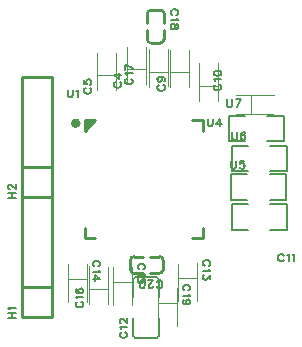
<source format=gto>
G04 Layer: TopSilkscreenLayer*
G04 EasyEDA Pro v2.2.44.9, 2025-11-28 14:21:36*
G04 Gerber Generator version 0.3*
G04 Scale: 100 percent, Rotated: No, Reflected: No*
G04 Dimensions in millimeters*
G04 Leading zeros omitted, absolute positions, 4 integers and 5 decimals*
G04 Generated by one-click*
%FSLAX45Y45*%
%MOMM*%
%ADD10C,0.1524*%
%ADD11C,0.08001*%
%ADD12C,0.254*%
%ADD13C,0.4*%
%ADD14C,0.7745*%
G75*


G04 Text Start*
G54D10*
G01X1843850Y-1067987D02*
G01X1837500Y-1071035D01*
G01X1831404Y-1077385D01*
G01X1828356Y-1083481D01*
G01X1828356Y-1095927D01*
G01X1831404Y-1102023D01*
G01X1837500Y-1108373D01*
G01X1843850Y-1111421D01*
G01X1852994Y-1114469D01*
G01X1868488Y-1114469D01*
G01X1877886Y-1111421D01*
G01X1883982Y-1108373D01*
G01X1890332Y-1102023D01*
G01X1893380Y-1095927D01*
G01X1893380Y-1083481D01*
G01X1890332Y-1077385D01*
G01X1883982Y-1071035D01*
G01X1877886Y-1067987D01*
G01X1828356Y-1007027D02*
G01X1871536Y-1037761D01*
G01X1871536Y-991533D01*
G01X1828356Y-1007027D02*
G01X1893380Y-1007027D01*
G01X1589850Y-1118787D02*
G01X1583500Y-1121835D01*
G01X1577404Y-1128185D01*
G01X1574356Y-1134281D01*
G01X1574356Y-1146727D01*
G01X1577404Y-1152823D01*
G01X1583500Y-1159173D01*
G01X1589850Y-1162221D01*
G01X1598994Y-1165269D01*
G01X1614488Y-1165269D01*
G01X1623886Y-1162221D01*
G01X1629982Y-1159173D01*
G01X1636332Y-1152823D01*
G01X1639380Y-1146727D01*
G01X1639380Y-1134281D01*
G01X1636332Y-1128185D01*
G01X1629982Y-1121835D01*
G01X1623886Y-1118787D01*
G01X1574356Y-1051477D02*
G01X1574356Y-1082465D01*
G01X1602042Y-1085513D01*
G01X1598994Y-1082465D01*
G01X1595946Y-1073321D01*
G01X1595946Y-1063923D01*
G01X1598994Y-1054525D01*
G01X1605344Y-1048429D01*
G01X1614488Y-1045381D01*
G01X1620838Y-1045381D01*
G01X1629982Y-1048429D01*
G01X1636332Y-1054525D01*
G01X1639380Y-1063923D01*
G01X1639380Y-1073321D01*
G01X1636332Y-1082465D01*
G01X1633030Y-1085513D01*
G01X1626934Y-1088561D01*
G01X2212150Y-1093387D02*
G01X2205800Y-1096435D01*
G01X2199704Y-1102785D01*
G01X2196656Y-1108881D01*
G01X2196656Y-1121327D01*
G01X2199704Y-1127423D01*
G01X2205800Y-1133773D01*
G01X2212150Y-1136821D01*
G01X2221294Y-1139869D01*
G01X2236788Y-1139869D01*
G01X2246186Y-1136821D01*
G01X2252282Y-1133773D01*
G01X2258632Y-1127423D01*
G01X2261680Y-1121327D01*
G01X2261680Y-1108881D01*
G01X2258632Y-1102785D01*
G01X2252282Y-1096435D01*
G01X2246186Y-1093387D01*
G01X2218246Y-1023029D02*
G01X2227644Y-1026077D01*
G01X2233740Y-1032427D01*
G01X2236788Y-1041571D01*
G01X2236788Y-1044619D01*
G01X2233740Y-1054017D01*
G01X2227644Y-1060113D01*
G01X2218246Y-1063161D01*
G01X2215198Y-1063161D01*
G01X2205800Y-1060113D01*
G01X2199704Y-1054017D01*
G01X2196656Y-1044619D01*
G01X2196656Y-1041571D01*
G01X2199704Y-1032427D01*
G01X2205800Y-1026077D01*
G01X2218246Y-1023029D01*
G01X2233740Y-1023029D01*
G01X2249234Y-1026077D01*
G01X2258632Y-1032427D01*
G01X2261680Y-1041571D01*
G01X2261680Y-1047921D01*
G01X2258632Y-1057065D01*
G01X2252282Y-1060113D01*
G01X2689860Y-1088898D02*
G01X2683510Y-1091946D01*
G01X2677414Y-1098296D01*
G01X2674366Y-1104392D01*
G01X2674366Y-1116838D01*
G01X2677414Y-1122934D01*
G01X2683510Y-1129284D01*
G01X2689860Y-1132332D01*
G01X2699004Y-1135380D01*
G01X2714498Y-1135380D01*
G01X2723896Y-1132332D01*
G01X2729992Y-1129284D01*
G01X2736342Y-1122934D01*
G01X2739390Y-1116838D01*
G01X2739390Y-1104392D01*
G01X2736342Y-1098296D01*
G01X2729992Y-1091946D01*
G01X2723896Y-1088898D01*
G01X2686812Y-1058672D02*
G01X2683510Y-1052576D01*
G01X2674366Y-1043432D01*
G01X2739390Y-1043432D01*
G01X2674366Y-994664D02*
G01X2677414Y-1004062D01*
G01X2686812Y-1010158D01*
G01X2702052Y-1013206D01*
G01X2711450Y-1013206D01*
G01X2726944Y-1010158D01*
G01X2736342Y-1004062D01*
G01X2739390Y-994664D01*
G01X2739390Y-988568D01*
G01X2736342Y-979170D01*
G01X2726944Y-973074D01*
G01X2711450Y-970026D01*
G01X2702052Y-970026D01*
G01X2686812Y-973074D01*
G01X2677414Y-979170D01*
G01X2674366Y-988568D01*
G01X2674366Y-994664D01*
G01X3267202Y-2537460D02*
G01X3264154Y-2531110D01*
G01X3257804Y-2525014D01*
G01X3251708Y-2521966D01*
G01X3239262Y-2521966D01*
G01X3233166Y-2525014D01*
G01X3226816Y-2531110D01*
G01X3223768Y-2537460D01*
G01X3220720Y-2546604D01*
G01X3220720Y-2562098D01*
G01X3223768Y-2571496D01*
G01X3226816Y-2577592D01*
G01X3233166Y-2583942D01*
G01X3239262Y-2586990D01*
G01X3251708Y-2586990D01*
G01X3257804Y-2583942D01*
G01X3264154Y-2577592D01*
G01X3267202Y-2571496D01*
G01X3297428Y-2534412D02*
G01X3303524Y-2531110D01*
G01X3312668Y-2521966D01*
G01X3312668Y-2586990D01*
G01X3342894Y-2534412D02*
G01X3348990Y-2531110D01*
G01X3358134Y-2521966D01*
G01X3358134Y-2586990D01*
G01X2632240Y-2622023D02*
G01X2638590Y-2618975D01*
G01X2644686Y-2612625D01*
G01X2647734Y-2606529D01*
G01X2647734Y-2594083D01*
G01X2644686Y-2587987D01*
G01X2638590Y-2581637D01*
G01X2632240Y-2578589D01*
G01X2623096Y-2575541D01*
G01X2607602Y-2575541D01*
G01X2598204Y-2578589D01*
G01X2592108Y-2581637D01*
G01X2585758Y-2587987D01*
G01X2582710Y-2594083D01*
G01X2582710Y-2606529D01*
G01X2585758Y-2612625D01*
G01X2592108Y-2618975D01*
G01X2598204Y-2622023D01*
G01X2635288Y-2652249D02*
G01X2638590Y-2658345D01*
G01X2647734Y-2667489D01*
G01X2582710Y-2667489D01*
G01X2647734Y-2703811D02*
G01X2647734Y-2737847D01*
G01X2623096Y-2719305D01*
G01X2623096Y-2728449D01*
G01X2620048Y-2734799D01*
G01X2616746Y-2737847D01*
G01X2607602Y-2740895D01*
G01X2601252Y-2740895D01*
G01X2592108Y-2737847D01*
G01X2585758Y-2731751D01*
G01X2582710Y-2722353D01*
G01X2582710Y-2712955D01*
G01X2585758Y-2703811D01*
G01X2589060Y-2700763D01*
G01X2595156Y-2697715D01*
G01X1699451Y-2627713D02*
G01X1705801Y-2624665D01*
G01X1711897Y-2618315D01*
G01X1714945Y-2612219D01*
G01X1714945Y-2599773D01*
G01X1711897Y-2593677D01*
G01X1705801Y-2587327D01*
G01X1699451Y-2584279D01*
G01X1690307Y-2581231D01*
G01X1674813Y-2581231D01*
G01X1665415Y-2584279D01*
G01X1659319Y-2587327D01*
G01X1652969Y-2593677D01*
G01X1649921Y-2599773D01*
G01X1649921Y-2612219D01*
G01X1652969Y-2618315D01*
G01X1659319Y-2624665D01*
G01X1665415Y-2627713D01*
G01X1702499Y-2657939D02*
G01X1705801Y-2664035D01*
G01X1714945Y-2673179D01*
G01X1649921Y-2673179D01*
G01X1714945Y-2734139D02*
G01X1671765Y-2703405D01*
G01X1671765Y-2749633D01*
G01X1714945Y-2734139D02*
G01X1649921Y-2734139D01*
G01X1520660Y-2929198D02*
G01X1514310Y-2932246D01*
G01X1508214Y-2938596D01*
G01X1505166Y-2944692D01*
G01X1505166Y-2957138D01*
G01X1508214Y-2963234D01*
G01X1514310Y-2969584D01*
G01X1520660Y-2972632D01*
G01X1529804Y-2975680D01*
G01X1545298Y-2975680D01*
G01X1554696Y-2972632D01*
G01X1560792Y-2969584D01*
G01X1567142Y-2963234D01*
G01X1570190Y-2957138D01*
G01X1570190Y-2944692D01*
G01X1567142Y-2938596D01*
G01X1560792Y-2932246D01*
G01X1554696Y-2929198D01*
G01X1517612Y-2898972D02*
G01X1514310Y-2892876D01*
G01X1505166Y-2883732D01*
G01X1570190Y-2883732D01*
G01X1514310Y-2816422D02*
G01X1508214Y-2819470D01*
G01X1505166Y-2828868D01*
G01X1505166Y-2834964D01*
G01X1508214Y-2844362D01*
G01X1517612Y-2850458D01*
G01X1532852Y-2853506D01*
G01X1548346Y-2853506D01*
G01X1560792Y-2850458D01*
G01X1567142Y-2844362D01*
G01X1570190Y-2834964D01*
G01X1570190Y-2831916D01*
G01X1567142Y-2822772D01*
G01X1560792Y-2816422D01*
G01X1551648Y-2813374D01*
G01X1548346Y-2813374D01*
G01X1539202Y-2816422D01*
G01X1532852Y-2822772D01*
G01X1529804Y-2831916D01*
G01X1529804Y-2834964D01*
G01X1532852Y-2844362D01*
G01X1539202Y-2850458D01*
G01X1548346Y-2853506D01*
G01X1940560Y-1038098D02*
G01X1934210Y-1041146D01*
G01X1928114Y-1047496D01*
G01X1925066Y-1053592D01*
G01X1925066Y-1066038D01*
G01X1928114Y-1072134D01*
G01X1934210Y-1078484D01*
G01X1940560Y-1081532D01*
G01X1949704Y-1084580D01*
G01X1965198Y-1084580D01*
G01X1974596Y-1081532D01*
G01X1980692Y-1078484D01*
G01X1987042Y-1072134D01*
G01X1990090Y-1066038D01*
G01X1990090Y-1053592D01*
G01X1987042Y-1047496D01*
G01X1980692Y-1041146D01*
G01X1974596Y-1038098D01*
G01X1937512Y-1007872D02*
G01X1934210Y-1001776D01*
G01X1925066Y-992632D01*
G01X1990090Y-992632D01*
G01X1925066Y-919226D02*
G01X1990090Y-950214D01*
G01X1925066Y-962406D02*
G01X1925066Y-919226D01*
G01X2359551Y-499311D02*
G01X2365901Y-496263D01*
G01X2371997Y-489913D01*
G01X2375045Y-483817D01*
G01X2375045Y-471371D01*
G01X2371997Y-465275D01*
G01X2365901Y-458925D01*
G01X2359551Y-455877D01*
G01X2350407Y-452829D01*
G01X2334913Y-452829D01*
G01X2325515Y-455877D01*
G01X2319419Y-458925D01*
G01X2313069Y-465275D01*
G01X2310021Y-471371D01*
G01X2310021Y-483817D01*
G01X2313069Y-489913D01*
G01X2319419Y-496263D01*
G01X2325515Y-499311D01*
G01X2362599Y-529537D02*
G01X2365901Y-535633D01*
G01X2375045Y-544777D01*
G01X2310021Y-544777D01*
G01X2375045Y-590243D02*
G01X2371997Y-581099D01*
G01X2365901Y-578051D01*
G01X2359551Y-578051D01*
G01X2353455Y-581099D01*
G01X2350407Y-587195D01*
G01X2347359Y-599641D01*
G01X2344057Y-609039D01*
G01X2337961Y-615135D01*
G01X2331865Y-618183D01*
G01X2322467Y-618183D01*
G01X2316371Y-615135D01*
G01X2313069Y-612087D01*
G01X2310021Y-602689D01*
G01X2310021Y-590243D01*
G01X2313069Y-581099D01*
G01X2316371Y-578051D01*
G01X2322467Y-575003D01*
G01X2331865Y-575003D01*
G01X2337961Y-578051D01*
G01X2344057Y-584147D01*
G01X2347359Y-593545D01*
G01X2350407Y-605737D01*
G01X2353455Y-612087D01*
G01X2359551Y-615135D01*
G01X2365901Y-615135D01*
G01X2371997Y-612087D01*
G01X2375045Y-602689D01*
G01X2375045Y-590243D01*
G01X2461451Y-2830913D02*
G01X2467801Y-2827865D01*
G01X2473897Y-2821515D01*
G01X2476945Y-2815419D01*
G01X2476945Y-2802973D01*
G01X2473897Y-2796877D01*
G01X2467801Y-2790527D01*
G01X2461451Y-2787479D01*
G01X2452307Y-2784431D01*
G01X2436813Y-2784431D01*
G01X2427415Y-2787479D01*
G01X2421319Y-2790527D01*
G01X2414969Y-2796877D01*
G01X2411921Y-2802973D01*
G01X2411921Y-2815419D01*
G01X2414969Y-2821515D01*
G01X2421319Y-2827865D01*
G01X2427415Y-2830913D01*
G01X2464499Y-2861139D02*
G01X2467801Y-2867235D01*
G01X2476945Y-2876379D01*
G01X2411921Y-2876379D01*
G01X2455355Y-2946737D02*
G01X2445957Y-2943689D01*
G01X2439861Y-2937339D01*
G01X2436813Y-2928195D01*
G01X2436813Y-2925147D01*
G01X2439861Y-2915749D01*
G01X2445957Y-2909653D01*
G01X2455355Y-2906605D01*
G01X2458403Y-2906605D01*
G01X2467801Y-2909653D01*
G01X2473897Y-2915749D01*
G01X2476945Y-2925147D01*
G01X2476945Y-2928195D01*
G01X2473897Y-2937339D01*
G01X2467801Y-2943689D01*
G01X2455355Y-2946737D01*
G01X2439861Y-2946737D01*
G01X2424367Y-2943689D01*
G01X2414969Y-2937339D01*
G01X2411921Y-2928195D01*
G01X2411921Y-2921845D01*
G01X2414969Y-2912701D01*
G01X2421319Y-2909653D01*
G01X2193798Y-2796540D02*
G01X2196846Y-2802890D01*
G01X2203196Y-2808986D01*
G01X2209292Y-2812034D01*
G01X2221738Y-2812034D01*
G01X2227834Y-2808986D01*
G01X2234184Y-2802890D01*
G01X2237232Y-2796540D01*
G01X2240280Y-2787396D01*
G01X2240280Y-2771902D01*
G01X2237232Y-2762504D01*
G01X2234184Y-2756408D01*
G01X2227834Y-2750058D01*
G01X2221738Y-2747010D01*
G01X2209292Y-2747010D01*
G01X2203196Y-2750058D01*
G01X2196846Y-2756408D01*
G01X2193798Y-2762504D01*
G01X2160524Y-2796540D02*
G01X2160524Y-2799588D01*
G01X2157476Y-2805938D01*
G01X2154428Y-2808986D01*
G01X2148332Y-2812034D01*
G01X2135886Y-2812034D01*
G01X2129536Y-2808986D01*
G01X2126488Y-2805938D01*
G01X2123440Y-2799588D01*
G01X2123440Y-2793492D01*
G01X2126488Y-2787396D01*
G01X2132838Y-2777998D01*
G01X2163572Y-2747010D01*
G01X2120392Y-2747010D01*
G01X2071624Y-2812034D02*
G01X2081022Y-2808986D01*
G01X2087118Y-2799588D01*
G01X2090166Y-2784348D01*
G01X2090166Y-2774950D01*
G01X2087118Y-2759456D01*
G01X2081022Y-2750058D01*
G01X2071624Y-2747010D01*
G01X2065528Y-2747010D01*
G01X2056130Y-2750058D01*
G01X2050034Y-2759456D01*
G01X2046986Y-2774950D01*
G01X2046986Y-2784348D01*
G01X2050034Y-2799588D01*
G01X2056130Y-2808986D01*
G01X2065528Y-2812034D01*
G01X2071624Y-2812034D01*
G01X934466Y-3065780D02*
G01X999490Y-3065780D01*
G01X934466Y-3022346D02*
G01X999490Y-3022346D01*
G01X965454Y-3065780D02*
G01X965454Y-3022346D01*
G01X946912Y-2992120D02*
G01X943610Y-2986024D01*
G01X934466Y-2976880D01*
G01X999490Y-2976880D01*
G01X934466Y-2049780D02*
G01X999490Y-2049780D01*
G01X934466Y-2006346D02*
G01X999490Y-2006346D01*
G01X965454Y-2049780D02*
G01X965454Y-2006346D01*
G01X949960Y-1973072D02*
G01X946912Y-1973072D01*
G01X940562Y-1970024D01*
G01X937514Y-1966976D01*
G01X934466Y-1960880D01*
G01X934466Y-1948434D01*
G01X937514Y-1942084D01*
G01X940562Y-1939036D01*
G01X946912Y-1935988D01*
G01X953008Y-1935988D01*
G01X959104Y-1939036D01*
G01X968502Y-1945386D01*
G01X999490Y-1976120D01*
G01X999490Y-1932940D01*
G01X1437676Y-1132622D02*
G01X1437676Y-1179104D01*
G01X1440724Y-1188248D01*
G01X1447074Y-1194598D01*
G01X1456218Y-1197646D01*
G01X1462568Y-1197646D01*
G01X1471712Y-1194598D01*
G01X1477808Y-1188248D01*
G01X1481110Y-1179104D01*
G01X1481110Y-1132622D01*
G01X1511336Y-1145068D02*
G01X1517432Y-1141766D01*
G01X1526576Y-1132622D01*
G01X1526576Y-1197646D01*
G01X2623820Y-1378966D02*
G01X2623820Y-1425448D01*
G01X2626868Y-1434592D01*
G01X2633218Y-1440942D01*
G01X2642362Y-1443990D01*
G01X2648712Y-1443990D01*
G01X2657856Y-1440942D01*
G01X2663952Y-1434592D01*
G01X2667254Y-1425448D01*
G01X2667254Y-1378966D01*
G01X2728214Y-1378966D02*
G01X2697480Y-1422146D01*
G01X2743708Y-1422146D01*
G01X2728214Y-1378966D02*
G01X2728214Y-1443990D01*
G01X2822110Y-1735601D02*
G01X2822110Y-1782083D01*
G01X2825158Y-1791227D01*
G01X2831508Y-1797577D01*
G01X2840652Y-1800625D01*
G01X2847002Y-1800625D01*
G01X2856146Y-1797577D01*
G01X2862242Y-1791227D01*
G01X2865544Y-1782083D01*
G01X2865544Y-1735601D01*
G01X2932854Y-1735601D02*
G01X2901866Y-1735601D01*
G01X2898818Y-1763287D01*
G01X2901866Y-1760239D01*
G01X2911010Y-1757191D01*
G01X2920408Y-1757191D01*
G01X2929806Y-1760239D01*
G01X2935902Y-1766589D01*
G01X2938950Y-1775733D01*
G01X2938950Y-1782083D01*
G01X2935902Y-1791227D01*
G01X2929806Y-1797577D01*
G01X2920408Y-1800625D01*
G01X2911010Y-1800625D01*
G01X2901866Y-1797577D01*
G01X2898818Y-1794275D01*
G01X2895770Y-1788179D01*
G01X2829588Y-1492037D02*
G01X2829588Y-1538519D01*
G01X2832636Y-1547663D01*
G01X2838986Y-1554013D01*
G01X2848130Y-1557061D01*
G01X2854480Y-1557061D01*
G01X2863624Y-1554013D01*
G01X2869720Y-1547663D01*
G01X2873022Y-1538519D01*
G01X2873022Y-1492037D01*
G01X2940332Y-1501181D02*
G01X2937284Y-1495085D01*
G01X2927886Y-1492037D01*
G01X2921790Y-1492037D01*
G01X2912392Y-1495085D01*
G01X2906296Y-1504483D01*
G01X2903248Y-1519723D01*
G01X2903248Y-1535217D01*
G01X2906296Y-1547663D01*
G01X2912392Y-1554013D01*
G01X2921790Y-1557061D01*
G01X2924838Y-1557061D01*
G01X2933982Y-1554013D01*
G01X2940332Y-1547663D01*
G01X2943380Y-1538519D01*
G01X2943380Y-1535217D01*
G01X2940332Y-1526073D01*
G01X2933982Y-1519723D01*
G01X2924838Y-1516675D01*
G01X2921790Y-1516675D01*
G01X2912392Y-1519723D01*
G01X2906296Y-1526073D01*
G01X2903248Y-1535217D01*
G01X2788920Y-1213866D02*
G01X2788920Y-1260348D01*
G01X2791968Y-1269492D01*
G01X2798318Y-1275842D01*
G01X2807462Y-1278890D01*
G01X2813812Y-1278890D01*
G01X2822956Y-1275842D01*
G01X2829052Y-1269492D01*
G01X2832354Y-1260348D01*
G01X2832354Y-1213866D01*
G01X2905760Y-1213866D02*
G01X2874772Y-1278890D01*
G01X2862580Y-1213866D02*
G01X2905760Y-1213866D01*
G01X2080451Y-2653113D02*
G01X2086801Y-2650065D01*
G01X2092897Y-2643715D01*
G01X2095945Y-2637619D01*
G01X2095945Y-2625173D01*
G01X2092897Y-2619077D01*
G01X2086801Y-2612727D01*
G01X2080451Y-2609679D01*
G01X2071307Y-2606631D01*
G01X2055813Y-2606631D01*
G01X2046415Y-2609679D01*
G01X2040319Y-2612727D01*
G01X2033969Y-2619077D01*
G01X2030921Y-2625173D01*
G01X2030921Y-2637619D01*
G01X2033969Y-2643715D01*
G01X2040319Y-2650065D01*
G01X2046415Y-2653113D01*
G01X2083499Y-2683339D02*
G01X2086801Y-2689435D01*
G01X2095945Y-2698579D01*
G01X2030921Y-2698579D01*
G01X2095945Y-2765889D02*
G01X2095945Y-2734901D01*
G01X2068259Y-2731853D01*
G01X2071307Y-2734901D01*
G01X2074355Y-2744045D01*
G01X2074355Y-2753443D01*
G01X2071307Y-2762841D01*
G01X2064957Y-2768937D01*
G01X2055813Y-2771985D01*
G01X2049463Y-2771985D01*
G01X2040319Y-2768937D01*
G01X2033969Y-2762841D01*
G01X2030921Y-2753443D01*
G01X2030921Y-2744045D01*
G01X2033969Y-2734901D01*
G01X2037271Y-2731853D01*
G01X2043367Y-2728805D01*
G01X1894037Y-3186995D02*
G01X1887687Y-3190043D01*
G01X1881591Y-3196393D01*
G01X1878543Y-3202489D01*
G01X1878543Y-3214935D01*
G01X1881591Y-3221031D01*
G01X1887687Y-3227381D01*
G01X1894037Y-3230429D01*
G01X1903181Y-3233477D01*
G01X1918675Y-3233477D01*
G01X1928073Y-3230429D01*
G01X1934169Y-3227381D01*
G01X1940519Y-3221031D01*
G01X1943567Y-3214935D01*
G01X1943567Y-3202489D01*
G01X1940519Y-3196393D01*
G01X1934169Y-3190043D01*
G01X1928073Y-3186995D01*
G01X1890989Y-3156769D02*
G01X1887687Y-3150673D01*
G01X1878543Y-3141529D01*
G01X1943567Y-3141529D01*
G01X1894037Y-3108255D02*
G01X1890989Y-3108255D01*
G01X1884639Y-3105207D01*
G01X1881591Y-3102159D01*
G01X1878543Y-3096063D01*
G01X1878543Y-3083617D01*
G01X1881591Y-3077267D01*
G01X1884639Y-3074219D01*
G01X1890989Y-3071171D01*
G01X1897085Y-3071171D01*
G01X1903181Y-3074219D01*
G01X1912579Y-3080569D01*
G01X1943567Y-3111303D01*
G01X1943567Y-3068123D01*
G04 Text End*

G04 PolygonModel Start*
G54D11*
G01X2099310Y-1084580D02*
G01X2099310Y-769620D01*
G01X1939290Y-1087120D02*
G01X1939290Y-767080D01*
G01X2099310Y-959449D02*
G01X1939290Y-959076D01*
G01X1845310Y-1135380D02*
G01X1845310Y-820420D01*
G01X1685290Y-1137920D02*
G01X1685290Y-817880D01*
G01X1845310Y-1010249D02*
G01X1685290Y-1009876D01*
G01X2467610Y-1109980D02*
G01X2467610Y-795020D01*
G01X2307590Y-1112520D02*
G01X2307590Y-792480D01*
G01X2467610Y-984849D02*
G01X2307590Y-984476D01*
G01X2708910Y-1224280D02*
G01X2708910Y-909320D01*
G01X2548890Y-1226820D02*
G01X2548890Y-906780D01*
G01X2708910Y-1099149D02*
G01X2548890Y-1098776D01*
G01X2865120Y-1337310D02*
G01X3180080Y-1337310D01*
G01X2862580Y-1177290D02*
G01X3182620Y-1177290D01*
G01X2990251Y-1337310D02*
G01X2990624Y-1177290D01*
G01X2376780Y-2605430D02*
G01X2376780Y-2920390D01*
G01X2536800Y-2602890D02*
G01X2536800Y-2922930D01*
G01X2376780Y-2730561D02*
G01X2536800Y-2730934D01*
G01X1443990Y-2611120D02*
G01X1443990Y-2926080D01*
G01X1604010Y-2608580D02*
G01X1604010Y-2928620D01*
G01X1443990Y-2736251D02*
G01X1604010Y-2736624D01*
G01X1824990Y-2636520D02*
G01X1824990Y-2951480D01*
G01X1985010Y-2633980D02*
G01X1985010Y-2954020D01*
G01X1824990Y-2761651D02*
G01X1985010Y-2762024D01*
G01X1776120Y-2945790D02*
G01X1776120Y-2630830D01*
G01X1616100Y-2948330D02*
G01X1616100Y-2628290D01*
G01X1776120Y-2820660D02*
G01X1616100Y-2820286D01*
G01X2284120Y-1104290D02*
G01X2284120Y-789330D01*
G01X2124100Y-1106830D02*
G01X2124100Y-786790D01*
G01X2284120Y-979160D02*
G01X2124100Y-978786D01*
G54D12*
G01X2113443Y-568881D02*
G01X2113443Y-488884D01*
G01X2113397Y-624926D02*
G01X2113397Y-704924D01*
G01X2255411Y-568881D02*
G01X2255411Y-488884D01*
G01X2255363Y-624926D02*
G01X2255363Y-704924D01*
G01X2144425Y-457909D02*
G01X2224430Y-457909D01*
G01X2224377Y-735901D02*
G01X2144375Y-735901D01*
G01X2255363Y-704919D02*
G02X2224377Y-735901I-30983J0D01*
G01X2144380Y-735901D02*
G02X2113397Y-704919I0J30983D01*
G01X2113443Y-488889D02*
G02X2144425Y-457909I30983J-3D01*
G01X2224423Y-457909D02*
G02X2255411Y-488889I5J-30983D01*
G54D11*
G01X2205990Y-2814320D02*
G01X2205990Y-3129280D01*
G01X2366010Y-2811780D02*
G01X2366010Y-3131820D01*
G01X2205990Y-2939451D02*
G01X2366010Y-2939824D01*
G54D12*
G01X2136219Y-2545243D02*
G01X2216216Y-2545243D01*
G01X2080174Y-2545197D02*
G01X2000176Y-2545197D01*
G01X2136219Y-2687211D02*
G01X2216216Y-2687211D01*
G01X2080174Y-2687163D02*
G01X2000176Y-2687163D01*
G01X2247191Y-2576225D02*
G01X2247191Y-2656230D01*
G01X1969199Y-2656177D02*
G01X1969199Y-2576175D01*
G01X2000181Y-2687163D02*
G02X1969199Y-2656177I0J30983D01*
G01X1969199Y-2576180D02*
G02X2000181Y-2545197I30983J0D01*
G01X2216211Y-2545243D02*
G02X2247191Y-2576225I-3J-30983D01*
G01X2247191Y-2656223D02*
G02X2216211Y-2687211I-30983J-5D01*
G01X1054100Y-2804348D02*
G01X1054100Y-2044700D01*
G01X1054100Y-2044700D02*
G01X1308100Y-2044700D01*
G01X1308100Y-2044700D02*
G01X1308100Y-3060700D01*
G01X1308100Y-3060700D02*
G01X1054100Y-3060700D01*
G01X1054100Y-3060700D02*
G01X1054100Y-2804348D01*
G01X1054100Y-2804348D02*
G01X1308100Y-2804348D01*
G01X1054100Y-1788348D02*
G01X1054100Y-1028700D01*
G01X1054100Y-1028700D02*
G01X1308100Y-1028700D01*
G01X1308100Y-1028700D02*
G01X1308100Y-2044700D01*
G01X1308100Y-2044700D02*
G01X1054100Y-2044700D01*
G01X1054100Y-2044700D02*
G01X1054100Y-1788348D01*
G01X1054100Y-1788348D02*
G01X1308100Y-1788348D01*
G01X1582801Y-1480180D02*
G01X1670680Y-1392301D01*
G01X2494920Y-1392301D02*
G01X2582799Y-1392301D01*
G01X1582801Y-1480180D02*
G01X1582801Y-1392301D01*
G01X1582801Y-1392301D02*
G01X1670680Y-1392301D01*
G01X1670680Y-2392299D02*
G01X1582801Y-2392299D01*
G01X1582801Y-2392299D02*
G01X1582801Y-2304420D01*
G01X2582799Y-2392299D02*
G01X2494920Y-2392299D01*
G01X2582799Y-2304420D02*
G01X2582799Y-2392299D01*
G01X2582799Y-1392301D02*
G01X2582799Y-1480180D01*
G36*
G01X1582801Y-1467300D02*
G01X1582801Y-1392301D01*
G01X1657800Y-1392301D01*
G01X1582801Y-1467300D01*
G37*
G54D10*
G01X3155820Y-2317709D02*
G01X3291812Y-2317709D01*
G01X3291812Y-2317709D02*
G01X3291812Y-2101891D01*
G01X3291812Y-2101891D02*
G01X3155820Y-2101891D01*
G01X2965580Y-2317709D02*
G01X2829588Y-2317709D01*
G01X2829588Y-2317709D02*
G01X2829588Y-2101891D01*
G01X2829588Y-2101891D02*
G01X2965580Y-2101891D01*
G01X3148343Y-2065974D02*
G01X3284334Y-2065974D01*
G01X3284334Y-2065974D02*
G01X3284334Y-1850155D01*
G01X3284334Y-1850155D02*
G01X3148343Y-1850155D01*
G01X2958102Y-2065974D02*
G01X2822110Y-2065974D01*
G01X2822110Y-2065974D02*
G01X2822110Y-1850155D01*
G01X2822110Y-1850155D02*
G01X2958102Y-1850155D01*
G01X3155820Y-1822409D02*
G01X3291812Y-1822409D01*
G01X3291812Y-1822409D02*
G01X3291812Y-1606591D01*
G01X3291812Y-1606591D02*
G01X3155820Y-1606591D01*
G01X2965580Y-1822409D02*
G01X2829588Y-1822409D01*
G01X2829588Y-1822409D02*
G01X2829588Y-1606591D01*
G01X2829588Y-1606591D02*
G01X2965580Y-1606591D01*
G01X3130420Y-1568409D02*
G01X3266412Y-1568409D01*
G01X3266412Y-1568409D02*
G01X3266412Y-1352591D01*
G01X3266412Y-1352591D02*
G01X3130420Y-1352591D01*
G01X2940180Y-1568409D02*
G01X2804188Y-1568409D01*
G01X2804188Y-1568409D02*
G01X2804188Y-1352591D01*
G01X2804188Y-1352591D02*
G01X2940180Y-1352591D01*
G01X1993097Y-2735998D02*
G01X1993097Y-2884496D01*
G01X2211619Y-2884496D02*
G01X2211619Y-2735998D01*
G01X2196379Y-2720758D02*
G01X2008337Y-2720758D01*
G01X1993097Y-3218237D02*
G01X1993097Y-3069739D01*
G01X2211619Y-3069739D02*
G01X2211619Y-3218237D01*
G01X2196379Y-3233477D02*
G01X2008337Y-3233477D01*
G01X2211619Y-2735998D02*
G03X2196379Y-2720758I-15240J0D01*
G01X2008337Y-2720758D02*
G03X1993097Y-2735998I0J-15240D01*
G01X2211619Y-3218237D02*
G02X2196379Y-3233477I-15240J0D01*
G01X2008337Y-3233477D02*
G02X1993097Y-3218237I0J15240D01*

G04 Circle Start*
G54D13*
G01X1487800Y-1417300D02*
G03X1527800Y-1417300I20000J0D01*
G03X1487800Y-1417300I-20000J0D01*
G04 Circle End*

M02*


</source>
